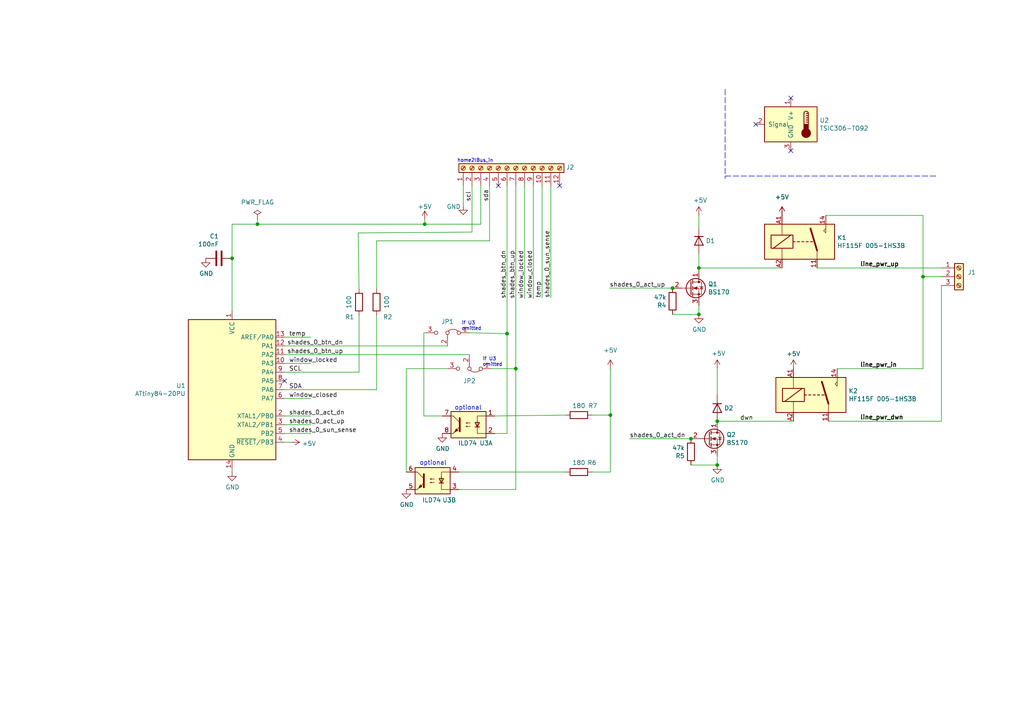
<source format=kicad_sch>
(kicad_sch (version 20231120) (generator "eeschema") (generator_version "8.0")
  (paper "A4")
  (title_block (title "home2l shades_and_relais - Firmware: winl") (date "2023-01-20") (rev "1.2") (company "axel.rau@chaos1.de") (comment 1 "Design based on https://github.com/gkiefer/home2l/tree/master/brownies/circuits") (comment 2 "The home2l Project: https://github.com/gkiefer/home2l") (comment 3 "This project: https://github.com/mc3/home2l") (comment 4 "Board for brownie winl circuit with relais"))
  (lib_symbols
    (symbol "Connector:Screw_Terminal_01x03" (pin_names (offset 1.016) hide)
      (property "Reference" "J" (at 0 5.08 0))
      (property "Value" "Screw_Terminal_01x03" (at 0 -5.08 0))
      (symbol "Screw_Terminal_01x03_1_1"
        (rectangle (start -1.27 3.81) (end 1.27 -3.81) (stroke (width 0.254)) (fill (type background)))
        (circle (center 0 -2.54) (radius 0.635) (stroke (width 0.1524)))
        (polyline (pts (xy -0.5334 -2.2098) (xy 0.3302 -3.048)) (stroke (width 0.1524)))
        (polyline (pts (xy -0.5334 0.3302) (xy 0.3302 -0.508)) (stroke (width 0.1524)))
        (polyline (pts (xy -0.5334 2.8702) (xy 0.3302 2.032)) (stroke (width 0.1524)))
        (polyline (pts (xy -0.3556 -2.032) (xy 0.508 -2.8702)) (stroke (width 0.1524)))
        (polyline (pts (xy -0.3556 0.508) (xy 0.508 -0.3302)) (stroke (width 0.1524)))
        (polyline (pts (xy -0.3556 3.048) (xy 0.508 2.2098)) (stroke (width 0.1524)))
        (circle (center 0 0) (radius 0.635) (stroke (width 0.1524)))
        (circle (center 0 2.54) (radius 0.635) (stroke (width 0.1524)))
        (pin passive line (at -5.08 2.54 0) (length 3.81) (name "Pin_1") (number "1"))
        (pin passive line (at -5.08 0 0) (length 3.81) (name "Pin_2") (number "2"))
        (pin passive line (at -5.08 -2.54 0) (length 3.81) (name "Pin_3") (number "3"))
      )
    )
    (symbol "Connector:Screw_Terminal_01x12" (pin_names (offset 1.016) hide)
      (property "Reference" "J" (at 0 15.24 0))
      (property "Value" "Screw_Terminal_01x12" (at 0 -17.78 0))
      (symbol "Screw_Terminal_01x12_1_1"
        (rectangle (start -1.27 13.97) (end 1.27 -16.51) (stroke (width 0.254)) (fill (type background)))
        (circle (center 0 -15.24) (radius 0.635) (stroke (width 0.1524)))
        (circle (center 0 -12.7) (radius 0.635) (stroke (width 0.1524)))
        (circle (center 0 -10.16) (radius 0.635) (stroke (width 0.1524)))
        (circle (center 0 -7.62) (radius 0.635) (stroke (width 0.1524)))
        (circle (center 0 -5.08) (radius 0.635) (stroke (width 0.1524)))
        (circle (center 0 -2.54) (radius 0.635) (stroke (width 0.1524)))
        (polyline (pts (xy -0.5334 -14.9098) (xy 0.3302 -15.748)) (stroke (width 0.1524)))
        (polyline (pts (xy -0.5334 -12.3698) (xy 0.3302 -13.208)) (stroke (width 0.1524)))
        (polyline (pts (xy -0.5334 -9.8298) (xy 0.3302 -10.668)) (stroke (width 0.1524)))
        (polyline (pts (xy -0.5334 -7.2898) (xy 0.3302 -8.128)) (stroke (width 0.1524)))
        (polyline (pts (xy -0.5334 -4.7498) (xy 0.3302 -5.588)) (stroke (width 0.1524)))
        (polyline (pts (xy -0.5334 -2.2098) (xy 0.3302 -3.048)) (stroke (width 0.1524)))
        (polyline (pts (xy -0.5334 0.3302) (xy 0.3302 -0.508)) (stroke (width 0.1524)))
        (polyline (pts (xy -0.5334 2.8702) (xy 0.3302 2.032)) (stroke (width 0.1524)))
        (polyline (pts (xy -0.5334 5.4102) (xy 0.3302 4.572)) (stroke (width 0.1524)))
        (polyline (pts (xy -0.5334 7.9502) (xy 0.3302 7.112)) (stroke (width 0.1524)))
        (polyline (pts (xy -0.5334 10.4902) (xy 0.3302 9.652)) (stroke (width 0.1524)))
        (polyline (pts (xy -0.5334 13.0302) (xy 0.3302 12.192)) (stroke (width 0.1524)))
        (polyline (pts (xy -0.3556 -14.732) (xy 0.508 -15.5702)) (stroke (width 0.1524)))
        (polyline (pts (xy -0.3556 -12.192) (xy 0.508 -13.0302)) (stroke (width 0.1524)))
        (polyline (pts (xy -0.3556 -9.652) (xy 0.508 -10.4902)) (stroke (width 0.1524)))
        (polyline (pts (xy -0.3556 -7.112) (xy 0.508 -7.9502)) (stroke (width 0.1524)))
        (polyline (pts (xy -0.3556 -4.572) (xy 0.508 -5.4102)) (stroke (width 0.1524)))
        (polyline (pts (xy -0.3556 -2.032) (xy 0.508 -2.8702)) (stroke (width 0.1524)))
        (polyline (pts (xy -0.3556 0.508) (xy 0.508 -0.3302)) (stroke (width 0.1524)))
        (polyline (pts (xy -0.3556 3.048) (xy 0.508 2.2098)) (stroke (width 0.1524)))
        (polyline (pts (xy -0.3556 5.588) (xy 0.508 4.7498)) (stroke (width 0.1524)))
        (polyline (pts (xy -0.3556 8.128) (xy 0.508 7.2898)) (stroke (width 0.1524)))
        (polyline (pts (xy -0.3556 10.668) (xy 0.508 9.8298)) (stroke (width 0.1524)))
        (polyline (pts (xy -0.3556 13.208) (xy 0.508 12.3698)) (stroke (width 0.1524)))
        (circle (center 0 0) (radius 0.635) (stroke (width 0.1524)))
        (circle (center 0 2.54) (radius 0.635) (stroke (width 0.1524)))
        (circle (center 0 5.08) (radius 0.635) (stroke (width 0.1524)))
        (circle (center 0 7.62) (radius 0.635) (stroke (width 0.1524)))
        (circle (center 0 10.16) (radius 0.635) (stroke (width 0.1524)))
        (circle (center 0 12.7) (radius 0.635) (stroke (width 0.1524)))
        (pin passive line (at -5.08 12.7 0) (length 3.81) (name "Pin_1") (number "1"))
        (pin passive line (at -5.08 -10.16 0) (length 3.81) (name "Pin_10") (number "10"))
        (pin passive line (at -5.08 -12.7 0) (length 3.81) (name "Pin_11") (number "11"))
        (pin passive line (at -5.08 -15.24 0) (length 3.81) (name "Pin_12") (number "12"))
        (pin passive line (at -5.08 10.16 0) (length 3.81) (name "Pin_2") (number "2"))
        (pin passive line (at -5.08 7.62 0) (length 3.81) (name "Pin_3") (number "3"))
        (pin passive line (at -5.08 5.08 0) (length 3.81) (name "Pin_4") (number "4"))
        (pin passive line (at -5.08 2.54 0) (length 3.81) (name "Pin_5") (number "5"))
        (pin passive line (at -5.08 0 0) (length 3.81) (name "Pin_6") (number "6"))
        (pin passive line (at -5.08 -2.54 0) (length 3.81) (name "Pin_7") (number "7"))
        (pin passive line (at -5.08 -5.08 0) (length 3.81) (name "Pin_8") (number "8"))
        (pin passive line (at -5.08 -7.62 0) (length 3.81) (name "Pin_9") (number "9"))
      )
    )
    (symbol "Device:C" (pin_numbers hide) (pin_names (offset 0.254))
      (property "Reference" "C" (at 0.635 2.54 0))
      (property "Value" "C" (at 0.635 -2.54 0))
      (symbol "C_0_1"
        (polyline (pts (xy -2.032 -0.762) (xy 2.032 -0.762)) (stroke (width 0.508)))
        (polyline (pts (xy -2.032 0.762) (xy 2.032 0.762)) (stroke (width 0.508)))
      )
      (symbol "C_1_1"
        (pin passive line (at 0 3.81 270) (length 2.794) (name "~") (number "1"))
        (pin passive line (at 0 -3.81 90) (length 2.794) (name "~") (number "2"))
      )
    )
    (symbol "Device:D" (pin_numbers hide) (pin_names (offset 1.016) hide)
      (property "Reference" "D" (at 0 2.54 0))
      (property "Value" "D" (at 0 -2.54 0))
      (symbol "D_0_1"
        (polyline (pts (xy -1.27 1.27) (xy -1.27 -1.27)) (stroke (width 0.254)))
        (polyline (pts (xy 1.27 0) (xy -1.27 0)))
        (polyline (pts (xy 1.27 1.27) (xy 1.27 -1.27) (xy -1.27 0) (xy 1.27 1.27)) (stroke (width 0.254)))
      )
      (symbol "D_1_1"
        (pin passive line (at -3.81 0 0) (length 2.54) (name "K") (number "1"))
        (pin passive line (at 3.81 0 180) (length 2.54) (name "A") (number "2"))
      )
    )
    (symbol "Device:R" (pin_numbers hide) (pin_names (offset 0))
      (property "Reference" "R" (at 2.032 0 90))
      (property "Value" "R" (at 0 0 90))
      (symbol "R_0_1"
        (rectangle (start -1.016 -2.54) (end 1.016 2.54) (stroke (width 0.254)))
      )
      (symbol "R_1_1"
        (pin passive line (at 0 3.81 270) (length 1.27) (name "~") (number "1"))
        (pin passive line (at 0 -3.81 90) (length 1.27) (name "~") (number "2"))
      )
    )
    (symbol "Isolator:ILD74" (pin_names (offset 1.016))
      (property "Reference" "U" (at -5.08 5.08 0))
      (property "Value" "ILD74" (at 0 5.08 0))
      (symbol "ILD74_0_1"
        (rectangle (start -5.08 3.81) (end 5.08 -3.81) (stroke (width 0.254)) (fill (type background)))
        (polyline (pts (xy -3.175 -0.635) (xy -1.905 -0.635)) (stroke (width 0.254)))
        (polyline (pts (xy 2.54 0.635) (xy 4.445 2.54)))
        (polyline (pts (xy 4.445 -2.54) (xy 2.54 -0.635)) (fill (type outline)))
        (polyline (pts (xy 4.445 -2.54) (xy 5.08 -2.54)))
        (polyline (pts (xy 4.445 2.54) (xy 5.08 2.54)))
        (polyline (pts (xy -5.08 2.54) (xy -2.54 2.54) (xy -2.54 0.635)))
        (polyline (pts (xy 2.54 1.905) (xy 2.54 -1.905) (xy 2.54 -1.905)) (stroke (width 0.508)))
        (polyline (pts (xy -2.54 -0.635) (xy -3.175 0.635) (xy -1.905 0.635) (xy -2.54 -0.635)) (stroke (width 0.254)))
        (polyline (pts (xy -2.54 -0.635) (xy -2.54 1.27) (xy -2.54 -2.54) (xy -5.08 -2.54)))
        (polyline (pts (xy -0.508 -0.508) (xy 0.762 -0.508) (xy 0.381 -0.635) (xy 0.381 -0.381) (xy 0.762 -0.508)))
        (polyline (pts (xy -0.508 0.508) (xy 0.762 0.508) (xy 0.381 0.381) (xy 0.381 0.635) (xy 0.762 0.508)))
        (polyline (pts (xy 3.048 -1.651) (xy 3.556 -1.143) (xy 4.064 -2.159) (xy 3.048 -1.651) (xy 3.048 -1.651)) (fill (type outline)))
      )
      (symbol "ILD74_1_1"
        (pin passive line (at -7.62 2.54 0) (length 2.54) (name "~") (number "1"))
        (pin passive line (at -7.62 -2.54 0) (length 2.54) (name "~") (number "2"))
        (pin passive line (at 7.62 2.54 180) (length 2.54) (name "~") (number "7"))
        (pin passive line (at 7.62 -2.54 180) (length 2.54) (name "~") (number "8"))
      )
      (symbol "ILD74_2_1"
        (pin passive line (at -7.62 -2.54 0) (length 2.54) (name "~") (number "3"))
        (pin passive line (at -7.62 2.54 0) (length 2.54) (name "~") (number "4"))
        (pin passive line (at 7.62 -2.54 180) (length 2.54) (name "~") (number "5"))
        (pin passive line (at 7.62 2.54 180) (length 2.54) (name "~") (number "6"))
      )
    )
    (symbol "Jumper:Jumper_3_Bridged12" (pin_names (offset 0) hide)
      (property "Reference" "JP" (at -2.54 -2.54 0))
      (property "Value" "Jumper_3_Bridged12" (at 0 2.794 0))
      (symbol "Jumper_3_Bridged12_0_0"
        (circle (center -3.302 0) (radius 0.508))
        (circle (center 0 0) (radius 0.508))
        (circle (center 3.302 0) (radius 0.508))
      )
      (symbol "Jumper_3_Bridged12_0_1"
        (arc (start -0.254 0.508) (mid -1.651 0.9912) (end -3.048 0.508))
        (polyline (pts (xy 0 -1.27) (xy 0 -0.508)))
      )
      (symbol "Jumper_3_Bridged12_1_1"
        (pin passive line (at -6.35 0 0) (length 2.54) (name "A") (number "1"))
        (pin passive line (at 0 -3.81 90) (length 2.54) (name "C") (number "2"))
        (pin passive line (at 6.35 0 180) (length 2.54) (name "B") (number "3"))
      )
    )
    (symbol "Relay:FINDER-32.21-x300"
      (property "Reference" "K" (at 11.43 3.81 0))
      (property "Value" "FINDER-32.21-x300" (at 11.43 1.27 0))
      (symbol "FINDER-32.21-x300_0_1"
        (rectangle (start -10.16 5.08) (end 10.16 -5.08) (stroke (width 0.254)) (fill (type background)))
        (rectangle (start -8.255 1.905) (end -1.905 -1.905) (stroke (width 0.254)))
        (polyline (pts (xy -7.62 -1.905) (xy -2.54 1.905)) (stroke (width 0.254)))
        (polyline (pts (xy -5.08 -5.08) (xy -5.08 -1.905)))
        (polyline (pts (xy -5.08 5.08) (xy -5.08 1.905)))
        (polyline (pts (xy -1.905 0) (xy -1.27 0)) (stroke (width 0.254)))
        (polyline (pts (xy -0.635 0) (xy 0 0)) (stroke (width 0.254)))
        (polyline (pts (xy 0.635 0) (xy 1.27 0)) (stroke (width 0.254)))
        (polyline (pts (xy 1.905 0) (xy 2.54 0)) (stroke (width 0.254)))
        (polyline (pts (xy 3.175 0) (xy 3.81 0)) (stroke (width 0.254)))
        (polyline (pts (xy 5.08 -2.54) (xy 3.175 3.81)) (stroke (width 0.508)))
        (polyline (pts (xy 5.08 -2.54) (xy 5.08 -5.08)))
        (polyline (pts (xy 7.62 5.08) (xy 7.62 2.54) (xy 6.985 3.175) (xy 7.62 3.81)))
      )
      (symbol "FINDER-32.21-x300_1_1"
        (pin passive line (at 5.08 -7.62 90) (length 2.54) (name "~") (number "11"))
        (pin passive line (at 7.62 7.62 270) (length 2.54) (name "~") (number "14"))
        (pin passive line (at -5.08 7.62 270) (length 2.54) (name "~") (number "A1"))
        (pin passive line (at -5.08 -7.62 90) (length 2.54) (name "~") (number "A2"))
      )
    )
    (symbol "Sensor_Temperature:TSIC306-TO92" (pin_names (offset 1.016))
      (property "Reference" "U" (at -6.35 6.35 0))
      (property "Value" "TSIC306-TO92" (at 1.27 6.35 0))
      (symbol "TSIC306-TO92_0_1"
        (rectangle (start -7.62 5.08) (end 7.62 -5.08) (stroke (width 0.254)) (fill (type background)))
        (circle (center -4.445 -2.54) (radius 1.27) (stroke (width 0.254)) (fill (type outline)))
        (rectangle (start -3.81 -1.905) (end -5.08 0) (stroke (width 0.254)) (fill (type outline)))
        (arc (start -3.81 3.175) (mid -4.445 3.8072) (end -5.08 3.175) (stroke (width 0.254)))
        (polyline (pts (xy -5.08 0.635) (xy -4.445 0.635)) (stroke (width 0.254)))
        (polyline (pts (xy -5.08 1.27) (xy -4.445 1.27)) (stroke (width 0.254)))
        (polyline (pts (xy -5.08 1.905) (xy -4.445 1.905)) (stroke (width 0.254)))
        (polyline (pts (xy -5.08 2.54) (xy -4.445 2.54)) (stroke (width 0.254)))
        (polyline (pts (xy -5.08 3.175) (xy -5.08 0)) (stroke (width 0.254)))
        (polyline (pts (xy -5.08 3.175) (xy -4.445 3.175)) (stroke (width 0.254)))
        (polyline (pts (xy -3.81 3.175) (xy -3.81 0)) (stroke (width 0.254)))
      )
      (symbol "TSIC306-TO92_1_1"
        (pin power_in line (at 0 7.62 270) (length 2.54) (name "V+") (number "1"))
        (pin output line (at 10.16 0 180) (length 2.54) (name "Signal") (number "2"))
        (pin power_in line (at 0 -7.62 90) (length 2.54) (name "GND") (number "3"))
      )
    )
    (symbol "Transistor_FET:BS170" (pin_names hide)
      (property "Reference" "Q" (at 5.08 1.905 0))
      (property "Value" "BS170" (at 5.08 0 0))
      (symbol "BS170_0_1"
        (polyline (pts (xy 0.254 0) (xy -2.54 0)))
        (polyline (pts (xy 0.254 1.905) (xy 0.254 -1.905)) (stroke (width 0.254)))
        (polyline (pts (xy 0.762 -1.27) (xy 0.762 -2.286)) (stroke (width 0.254)))
        (polyline (pts (xy 0.762 0.508) (xy 0.762 -0.508)) (stroke (width 0.254)))
        (polyline (pts (xy 0.762 2.286) (xy 0.762 1.27)) (stroke (width 0.254)))
        (polyline (pts (xy 2.54 2.54) (xy 2.54 1.778)))
        (polyline (pts (xy 2.54 -2.54) (xy 2.54 0) (xy 0.762 0)))
        (polyline (pts (xy 0.762 -1.778) (xy 3.302 -1.778) (xy 3.302 1.778) (xy 0.762 1.778)))
        (polyline (pts (xy 1.016 0) (xy 2.032 0.381) (xy 2.032 -0.381) (xy 1.016 0)) (fill (type outline)))
        (polyline (pts (xy 2.794 0.508) (xy 2.921 0.381) (xy 3.683 0.381) (xy 3.81 0.254)))
        (polyline (pts (xy 3.302 0.381) (xy 2.921 -0.254) (xy 3.683 -0.254) (xy 3.302 0.381)))
        (circle (center 1.651 0) (radius 2.794) (stroke (width 0.254)))
        (circle (center 2.54 -1.778) (radius 0.254) (fill (type outline)))
        (circle (center 2.54 1.778) (radius 0.254) (fill (type outline)))
      )
      (symbol "BS170_1_1"
        (pin passive line (at 2.54 5.08 270) (length 2.54) (name "D") (number "1"))
        (pin input line (at -5.08 0 0) (length 2.54) (name "G") (number "2"))
        (pin passive line (at 2.54 -5.08 90) (length 2.54) (name "S") (number "3"))
      )
    )
    (symbol "power:+5V" (power) (pin_names (offset 0))
      (property "Value" "+5V" (at 0 3.556 0))
      (symbol "+5V_0_1"
        (polyline (pts (xy -0.762 1.27) (xy 0 2.54)))
        (polyline (pts (xy 0 0) (xy 0 2.54)))
        (polyline (pts (xy 0 2.54) (xy 0.762 1.27)))
      )
      (symbol "+5V_1_1"
        (pin power_in line (at 0 0 90) (length 0) hide (name "+5V") (number "1"))
      )
    )
    (symbol "power:GND" (power) (pin_names (offset 0))
      (property "Value" "GND" (at 0 -3.81 0))
      (symbol "GND_0_1"
        (polyline (pts (xy 0 0) (xy 0 -1.27) (xy 1.27 -1.27) (xy 0 -2.54) (xy -1.27 -1.27) (xy 0 -1.27)))
      )
      (symbol "GND_1_1"
        (pin power_in line (at 0 0 270) (length 0) hide (name "GND") (number "1"))
      )
    )
    (symbol "power:PWR_FLAG" (power) (pin_numbers hide) (pin_names (offset 0) hide)
      (property "Value" "PWR_FLAG" (at 0 3.81 0))
      (symbol "PWR_FLAG_0_0"
        (pin power_out line (at 0 0 90) (length 0) (name "pwr") (number "1"))
      )
      (symbol "PWR_FLAG_0_1"
        (polyline (pts (xy 0 0) (xy 0 1.27) (xy -1.016 1.905) (xy 0 2.54) (xy 1.016 1.905) (xy 0 1.27)))
      )
    )
    (symbol "window-rescue:ATtiny84-20PU-MCU_Microchip_ATtiny"
      (property "Reference" "U" (at -12.7 21.59 0))
      (property "Value" "ATtiny84-20PU-MCU_Microchip_ATtiny" (at 2.54 -21.59 0))
      (symbol "ATtiny84-20PU-MCU_Microchip_ATtiny_0_1"
        (rectangle (start -12.7 -20.32) (end 12.7 20.32) (stroke (width 0.254)) (fill (type background)))
      )
      (symbol "ATtiny84-20PU-MCU_Microchip_ATtiny_1_1"
        (pin power_in line (at 0 22.86 270) (length 2.54) (name "VCC") (number "1"))
        (pin tri_state line (at 15.24 7.62 180) (length 2.54) (name "PA3") (number "10"))
        (pin tri_state line (at 15.24 10.16 180) (length 2.54) (name "PA2") (number "11"))
        (pin tri_state line (at 15.24 12.7 180) (length 2.54) (name "PA1") (number "12"))
        (pin tri_state line (at 15.24 15.24 180) (length 2.54) (name "AREF/PA0") (number "13"))
        (pin power_in line (at 0 -22.86 90) (length 2.54) (name "GND") (number "14"))
        (pin tri_state line (at 15.24 -7.62 180) (length 2.54) (name "XTAL1/PB0") (number "2"))
        (pin tri_state line (at 15.24 -10.16 180) (length 2.54) (name "XTAL2/PB1") (number "3"))
        (pin tri_state line (at 15.24 -15.24 180) (length 2.54) (name "~{RESET}/PB3") (number "4"))
        (pin tri_state line (at 15.24 -12.7 180) (length 2.54) (name "PB2") (number "5"))
        (pin tri_state line (at 15.24 -2.54 180) (length 2.54) (name "PA7") (number "6"))
        (pin tri_state line (at 15.24 0 180) (length 2.54) (name "PA6") (number "7"))
        (pin tri_state line (at 15.24 2.54 180) (length 2.54) (name "PA5") (number "8"))
        (pin tri_state line (at 15.24 5.08 180) (length 2.54) (name "PA4") (number "9"))
      )
    )
  )
  (junction (at 208.026 122.174))
  (junction (at 149.606 106.934))
  (junction (at 202.692 77.724))
  (junction (at 200.406 127.254))
  (junction (at 67.31 74.93))
  (junction (at 208.026 134.874))
  (junction (at 123.19 65.024))
  (junction (at 202.692 91.186))
  (junction (at 195.072 83.566))
  (junction (at 267.716 80.264))
  (junction (at 74.676 65.024))
  (junction (at 147.066 96.774))
  (junction (at 177.038 120.396))
  (no_connect (at 162.306 53.848))
  (no_connect (at 229.362 43.688))
  (no_connect (at 144.526 53.848))
  (no_connect (at 229.362 28.448))
  (no_connect (at 219.202 36.068))
  (no_connect (at 82.55 110.49))
  (wire (pts (xy 202.692 91.186) (xy 195.072 91.186)))
  (wire (pts (xy 82.55 125.73) (xy 90.17 125.73)))
  (wire (pts (xy 208.026 122.174) (xy 230.124 122.174)))
  (wire (pts (xy 147.066 53.848) (xy 147.066 96.774)))
  (wire (pts (xy 133.096 141.986) (xy 149.606 141.986)))
  (wire (pts (xy 122.936 96.52) (xy 122.936 120.65)))
  (wire (pts (xy 103.886 67.564) (xy 136.906 67.31)))
  (wire (pts (xy 123.19 65.024) (xy 139.446 65.024)))
  (wire (pts (xy 147.066 96.774) (xy 136.144 96.52)))
  (wire (pts (xy 171.704 120.396) (xy 177.038 120.396)))
  (wire (pts (xy 67.31 65.024) (xy 67.31 74.93)))
  (wire (pts (xy 152.146 53.848) (xy 152.146 86.614)))
  (wire (pts (xy 74.676 63.5) (xy 74.676 65.024)))
  (wire (pts (xy 177.038 106.934) (xy 177.038 120.396)))
  (wire (pts (xy 242.824 106.934) (xy 267.716 106.934)))
  (wire (pts (xy 82.55 102.87) (xy 136.144 102.87)))
  (wire (pts (xy 267.716 80.264) (xy 273.05 80.264)))
  (polyline (pts (xy 210.312 51.054) (xy 271.526 51.054)) (stroke (width 0) (type dash)))
  (wire (pts (xy 117.856 106.934) (xy 129.794 106.934)))
  (wire (pts (xy 176.784 83.566) (xy 195.072 83.566)))
  (wire (pts (xy 139.446 53.848) (xy 139.446 65.024)))
  (wire (pts (xy 109.22 83.82) (xy 109.22 69.85)))
  (wire (pts (xy 208.026 132.334) (xy 208.026 134.874)))
  (wire (pts (xy 147.066 96.774) (xy 147.066 125.73)))
  (wire (pts (xy 104.14 83.82) (xy 103.886 67.564)))
  (wire (pts (xy 82.55 120.65) (xy 90.17 120.65)))
  (wire (pts (xy 202.692 62.484) (xy 202.692 66.04)))
  (wire (pts (xy 82.55 113.03) (xy 109.22 113.03)))
  (wire (pts (xy 159.766 53.848) (xy 159.766 86.36)))
  (wire (pts (xy 123.444 96.52) (xy 122.936 96.52)))
  (wire (pts (xy 74.676 65.024) (xy 123.19 65.024)))
  (wire (pts (xy 208.026 106.934) (xy 208.026 114.554)))
  (wire (pts (xy 182.626 127.254) (xy 200.406 127.254)))
  (wire (pts (xy 202.692 73.66) (xy 202.692 77.724)))
  (wire (pts (xy 117.856 136.906) (xy 117.856 106.934)))
  (wire (pts (xy 267.716 80.264) (xy 267.716 106.934)))
  (wire (pts (xy 236.982 77.724) (xy 273.05 77.724)))
  (wire (pts (xy 157.226 53.848) (xy 157.226 86.36)))
  (wire (pts (xy 149.606 53.848) (xy 149.606 106.934)))
  (wire (pts (xy 142.494 106.934) (xy 149.606 106.934)))
  (wire (pts (xy 67.31 65.024) (xy 74.676 65.024)))
  (wire (pts (xy 123.19 63.754) (xy 123.19 65.024)))
  (wire (pts (xy 147.066 125.73) (xy 143.51 125.73)))
  (wire (pts (xy 136.144 102.87) (xy 136.144 103.124)))
  (wire (pts (xy 82.55 107.95) (xy 104.14 107.95)))
  (wire (pts (xy 240.284 122.174) (xy 273.05 122.174)))
  (wire (pts (xy 84.328 128.27) (xy 82.55 128.27)))
  (wire (pts (xy 208.026 134.874) (xy 200.406 134.874)))
  (wire (pts (xy 202.692 77.724) (xy 202.692 78.486)))
  (wire (pts (xy 141.986 69.85) (xy 109.22 69.85)))
  (wire (pts (xy 177.038 120.396) (xy 177.038 136.906)))
  (wire (pts (xy 67.31 136.906) (xy 67.31 135.89)))
  (polyline (pts (xy 210.312 25.908) (xy 210.312 51.816)) (stroke (width 0) (type dash)))
  (wire (pts (xy 149.606 106.934) (xy 149.606 141.986)))
  (wire (pts (xy 202.692 77.724) (xy 226.822 77.724)))
  (wire (pts (xy 267.716 62.484) (xy 267.716 80.264)))
  (wire (pts (xy 171.704 136.906) (xy 177.038 136.906)))
  (wire (pts (xy 133.096 136.906) (xy 164.084 136.906)))
  (wire (pts (xy 134.366 53.848) (xy 134.366 59.69)))
  (wire (pts (xy 104.14 91.44) (xy 104.14 107.95)))
  (wire (pts (xy 141.986 53.848) (xy 141.986 69.85)))
  (wire (pts (xy 273.05 82.804) (xy 273.05 122.174)))
  (wire (pts (xy 109.22 91.44) (xy 109.22 113.03)))
  (wire (pts (xy 82.55 97.79) (xy 90.17 97.79)))
  (wire (pts (xy 67.31 74.93) (xy 67.31 90.17)))
  (wire (pts (xy 154.686 53.848) (xy 154.686 86.614)))
  (wire (pts (xy 128.27 120.65) (xy 122.936 120.65)))
  (wire (pts (xy 136.906 53.848) (xy 136.906 67.31)))
  (wire (pts (xy 82.55 115.57) (xy 90.17 115.57)))
  (wire (pts (xy 202.692 88.646) (xy 202.692 91.186)))
  (wire (pts (xy 164.084 120.396) (xy 143.51 120.65)))
  (wire (pts (xy 82.55 105.41) (xy 90.17 105.41)))
  (wire (pts (xy 82.55 123.19) (xy 90.17 123.19)))
  (wire (pts (xy 239.522 62.484) (xy 267.716 62.484)))
  (wire (pts (xy 82.55 100.33) (xy 129.794 100.33)))
  (text "optional" (at 131.826 119.126 0) (effects (font (size 1.27 1.27)) (justify left bottom)))
  (text "optional" (at 121.666 135.128 0) (effects (font (size 1.27 1.27)) (justify left bottom)))
  (text "if U3\nomitted" (at 139.954 106.426 0) (effects (font (size 1 1)) (justify left bottom)))
  (text "home2lBus_in" (at 132.588 47.244 0) (effects (font (size 1 1)) (justify left bottom)))
  (text "if U3\nomitted" (at 133.858 96.012 0) (effects (font (size 1 1)) (justify left bottom)))
  (label "window_locked" (at 83.82 105.41 0))
  (label "scl" (at 136.906 58.42 90))
  (label "line_pwr_up" (at 249.428 77.724 0) (effects (font (bold yes))))
  (label "shades_0_sun_sense" (at 159.766 86.36 90))
  (label "sda" (at 141.986 58.42 90))
  (label "temp" (at 157.226 86.36 90))
  (label "window_closed" (at 154.686 86.614 90))
  (label "temp" (at 83.82 97.79 0))
  (label "shades_0_btn_up" (at 83.312 102.87 0))
  (label "shades_0_act_up" (at 83.82 123.19 0))
  (label "shades_0_act_dn" (at 182.626 127.254 0))
  (label "shades_0_sun_sense" (at 83.82 125.73 0))
  (label "window_locked" (at 152.146 86.614 90))
  (label "shades_0_act_up" (at 176.784 83.566 0))
  (label "SDA" (at 83.82 113.03 0))
  (label "line_pwr_in" (at 249.428 106.934 0) (effects (font (bold yes))))
  (label "window_closed" (at 83.82 115.57 0))
  (label "line_pwr_dwn" (at 249.428 122.174 0) (effects (font (bold yes))))
  (label "shades_btn_up" (at 149.606 86.614 90))
  (label "shades_0_act_dn" (at 83.82 120.65 0))
  (label "SCL" (at 83.82 107.95 0))
  (label "dwn" (at 214.63 122.174 0))
  (label "shades_btn_dn" (at 147.066 86.614 90))
  (label "shades_0_btn_dn" (at 83.312 100.33 0))
  (symbol (lib_id "Transistor_FET:BS170") (at 205.486 127.254 0) (unit 1)
    (property "Reference" "Q2" (at 210.693 126.0856 0) (effects (justify left)))
    (property "Value" "BS170" (at 210.693 128.397 0) (effects (justify left)))
    (property "Footprint" "Package_TO_SOT_THT:TO-92_Inline_Wide" (effects (hide yes)))
    (property "Datasheet" "http://www.fairchildsemi.com/ds/BS/BS170.pdf" (effects (hide yes)))
  )
  (symbol (lib_id "Connector:Screw_Terminal_01x03") (at 278.13 80.264 0) (unit 1)
    (property "Reference" "J1" (at 280.67 78.9939 0) (effects (justify left)))
    (property "Value" " " (at 280.67 81.5339 0) (effects (justify left)))
    (property "Footprint" "TerminalBlock:TerminalBlock_bornier-3_P5.08mm" (effects (hide yes)))
  )
  (symbol (lib_id "power:PWR_FLAG") (at 74.676 63.5 0) (unit 1)
    (property "Reference" "#FLG0101" (effects (hide yes)))
    (property "Value" "PWR_FLAG" (at 74.676 58.674 0))
  )
  (symbol (lib_id "Isolator:ILD74") (at 125.476 139.446 0) (mirror y) (unit 2)
    (property "Reference" "U3" (at 130.302 145.034 0))
    (property "Value" "ILD74" (at 125.222 145.034 0))
    (property "Footprint" "Package_DIP:DIP-8_W7.62mm" (effects (hide yes)))
    (property "Datasheet" "https://www.vishay.com/docs/83640/ild74.pdf" (effects (hide yes)))
  )
  (symbol (lib_id "Jumper:Jumper_3_Bridged12") (at 129.794 96.52 0) (mirror y) (unit 1)
    (property "Reference" "JP1" (at 129.794 93.2776 0))
    (property "Value" " " (at 129.794 92.7696 0))
    (property "Footprint" "Connector_PinHeader_2.54mm:PinHeader_1x03_P2.54mm_Vertical" (effects (hide yes)))
  )
  (symbol (lib_id "power:+5V") (at 123.19 63.754 0) (unit 1)
    (property "Reference" "#PWR0102" (effects (hide yes)))
    (property "Value" "+5V" (at 123.19 59.944 0))
  )
  (symbol (lib_id "power:+5V") (at 226.822 62.484 0) (unit 1)
    (property "Reference" "#PWR06" (effects (hide yes)))
    (property "Value" "+5V" (at 226.822 57.15 0))
  )
  (symbol (lib_id "Device:C") (at 63.5 74.93 270) (unit 1)
    (property "Reference" "C1" (at 63.5 68.5292 90) (effects (justify right)))
    (property "Value" "100nF" (at 63.5 70.8406 90) (effects (justify right)))
    (property "Footprint" "Capacitor_THT:C_Disc_D4.3mm_W1.9mm_P5.00mm" (effects (hide yes)))
  )
  (symbol (lib_id "Relay:FINDER-32.21-x300") (at 231.902 70.104 0) (unit 1)
    (property "Reference" "K1" (at 242.824 68.9356 0) (effects (justify left)))
    (property "Value" "HF115F 005-1HS3B" (at 242.824 71.247 0) (effects (justify left)))
    (property "Footprint" "Relay_THT:Relay_SPST_Schrack-RP-II-1-16A-FormA_RM5mm" (effects (hide yes)))
    (property "Datasheet" "http://gfinder.findernet.com/assets/Series/355/S32EN.pdf" (effects (hide yes)))
  )
  (symbol (lib_id "Device:R") (at 104.14 87.63 180) (unit 1)
    (property "Reference" "R1" (at 101.4222 91.948 0))
    (property "Value" "100" (at 101.1936 87.63 90))
    (property "Footprint" "Resistor_THT:R_Axial_DIN0204_L3.6mm_D1.6mm_P7.62mm_Horizontal" (effects (hide yes)))
  )
  (symbol (lib_id "Device:R") (at 109.22 87.63 180) (unit 1)
    (property "Reference" "R2" (at 112.4458 91.948 0))
    (property "Value" "100" (at 112.1664 87.63 90))
    (property "Footprint" "Resistor_THT:R_Axial_DIN0204_L3.6mm_D1.6mm_P7.62mm_Horizontal" (effects (hide yes)))
  )
  (symbol (lib_id "Jumper:Jumper_3_Bridged12") (at 136.144 106.934 180) (unit 1)
    (property "Reference" "JP2" (at 136.144 110.49 0))
    (property "Value" " " (at 136.144 113.03 0))
    (property "Footprint" "Connector_PinHeader_2.54mm:PinHeader_1x03_P2.54mm_Vertical" (effects (hide yes)))
  )
  (symbol (lib_id "Device:D") (at 208.026 118.364 270) (unit 1)
    (property "Reference" "D2" (at 210.0326 118.364 90) (effects (justify left)))
    (property "Value" "1N400X" (effects (hide yes)))
    (property "Footprint" "Diode_THT:D_T-1_P5.08mm_Horizontal" (effects (hide yes)))
  )
  (symbol (lib_id "Device:R") (at 167.894 136.906 270) (unit 1)
    (property "Reference" "R6" (at 171.704 134.1882 90))
    (property "Value" "180" (at 167.894 134.2136 90))
    (property "Footprint" "Resistor_THT:R_Axial_DIN0204_L3.6mm_D1.6mm_P7.62mm_Horizontal" (effects (hide yes)))
  )
  (symbol (lib_id "power:+5V") (at 230.124 106.934 0) (unit 1)
    (property "Reference" "#PWR013" (effects (hide yes)))
    (property "Value" "+5V" (at 230.124 102.616 0))
  )
  (symbol (lib_id "Connector:Screw_Terminal_01x12") (at 147.066 48.768 90) (unit 1)
    (property "Reference" "J2" (at 165.354 48.514 90))
    (property "Value" " " (at 175.768 48.768 90))
    (property "Footprint" "TerminalBlock_Phoenix:TerminalBlock_Phoenix_MPT-0,5-12-2.54_1x12_P2.54mm_Horizontal" (effects (hide yes)))
  )
  (symbol (lib_id "power:+5V") (at 202.692 62.484 0) (unit 1)
    (property "Reference" "#PWR09" (effects (hide yes)))
    (property "Value" "+5V" (at 203.073 58.0898 0))
  )
  (symbol (lib_id "Device:R") (at 167.894 120.396 270) (unit 1)
    (property "Reference" "R7" (at 171.958 117.6782 90))
    (property "Value" "180" (at 167.894 117.7036 90))
    (property "Footprint" "Resistor_THT:R_Axial_DIN0204_L3.6mm_D1.6mm_P7.62mm_Horizontal" (effects (hide yes)))
  )
  (symbol (lib_id "window-rescue:ATtiny84-20PU-MCU_Microchip_ATtiny") (at 67.31 113.03 0) (unit 1)
    (property "Reference" "U1" (at 53.848 111.8616 0) (effects (justify right)))
    (property "Value" "ATtiny84-20PU" (at 53.848 114.173 0) (effects (justify right)))
    (property "Footprint" "Package_DIP:DIP-14_W7.62mm_Socket" (effects (hide yes)))
    (property "Datasheet" "http://ww1.microchip.com/downloads/en/DeviceDoc/doc8006.pdf" (effects (hide yes)))
  )
  (symbol (lib_id "Device:R") (at 195.072 87.376 180) (unit 1)
    (property "Reference" "R4" (at 193.294 88.5444 0) (effects (justify left)))
    (property "Value" "47k" (at 193.294 86.233 0) (effects (justify left)))
    (property "Footprint" "Resistor_THT:R_Axial_DIN0204_L3.6mm_D1.6mm_P7.62mm_Horizontal" (effects (hide yes)))
  )
  (symbol (lib_id "Sensor_Temperature:TSIC306-TO92") (at 229.362 36.068 0) (mirror y) (unit 1)
    (property "Reference" "U2" (at 237.7186 34.8996 0) (effects (justify right)))
    (property "Value" "TSIC306-TO92" (at 237.7186 37.211 0) (effects (justify right)))
    (property "Footprint" "Package_TO_SOT_THT:TO-92_Inline_Wide" (effects (hide yes)))
    (property "Datasheet" "https://shop.bb-sensors.com/out/media/Datasheet_Digital_Semiconductor_temperatur_sensor_TSIC.pdf" (effects (hide yes)))
  )
  (symbol (lib_id "power:+5V") (at 84.328 128.27 270) (unit 1)
    (property "Reference" "#PWR03" (effects (hide yes)))
    (property "Value" "+5V" (at 87.5792 128.651 90) (effects (justify left)))
  )
  (symbol (lib_id "power:GND") (at 202.692 91.186 0) (unit 1)
    (property "Reference" "#PWR010" (effects (hide yes)))
    (property "Value" "GND" (at 202.819 95.5802 0))
  )
  (symbol (lib_id "Transistor_FET:BS170") (at 200.152 83.566 0) (unit 1)
    (property "Reference" "Q1" (at 205.359 82.3976 0) (effects (justify left)))
    (property "Value" "BS170" (at 205.359 84.709 0) (effects (justify left)))
    (property "Footprint" "Package_TO_SOT_THT:TO-92_Inline_Wide" (effects (hide yes)))
    (property "Datasheet" "http://www.fairchildsemi.com/ds/BS/BS170.pdf" (effects (hide yes)))
  )
  (symbol (lib_id "power:GND") (at 134.366 59.69 0) (unit 1)
    (property "Reference" "#PWR05" (effects (hide yes)))
    (property "Value" "GND" (at 131.572 59.944 0))
  )
  (symbol (lib_id "power:GND") (at 117.856 141.986 0) (unit 1)
    (property "Reference" "#PWR014" (effects (hide yes)))
    (property "Value" "GND" (at 117.983 146.3802 0))
  )
  (symbol (lib_id "Isolator:ILD74") (at 135.89 123.19 0) (mirror y) (unit 1)
    (property "Reference" "U3" (at 140.97 128.524 0))
    (property "Value" "ILD74" (at 135.636 128.524 0))
    (property "Footprint" "Package_DIP:DIP-8_W7.62mm" (effects (hide yes)))
    (property "Datasheet" "https://www.vishay.com/docs/83640/ild74.pdf" (effects (hide yes)))
  )
  (symbol (lib_id "Device:D") (at 202.692 69.85 270) (unit 1)
    (property "Reference" "D1" (at 204.6986 69.85 90) (effects (justify left)))
    (property "Value" "1N400X" (effects (hide yes)))
    (property "Footprint" "Diode_THT:D_T-1_P5.08mm_Horizontal" (effects (hide yes)))
  )
  (symbol (lib_id "Relay:FINDER-32.21-x300") (at 235.204 114.554 0) (unit 1)
    (property "Reference" "K2" (at 246.126 113.3856 0) (effects (justify left)))
    (property "Value" "HF115F 005-1HS3B" (at 246.126 115.697 0) (effects (justify left)))
    (property "Footprint" "Relay_THT:Relay_SPST_Schrack-RP-II-1-16A-FormA_RM5mm" (effects (hide yes)))
    (property "Datasheet" "http://gfinder.findernet.com/assets/Series/355/S32EN.pdf" (effects (hide yes)))
  )
  (symbol (lib_id "power:GND") (at 59.69 74.93 0) (unit 1)
    (property "Reference" "#PWR0101" (effects (hide yes)))
    (property "Value" "GND" (at 59.817 79.3242 0))
  )
  (symbol (lib_id "Device:R") (at 200.406 131.064 180) (unit 1)
    (property "Reference" "R5" (at 198.628 132.2324 0) (effects (justify left)))
    (property "Value" "47k" (at 198.628 129.921 0) (effects (justify left)))
    (property "Footprint" "Resistor_THT:R_Axial_DIN0204_L3.6mm_D1.6mm_P7.62mm_Horizontal" (effects (hide yes)))
  )
  (symbol (lib_id "power:GND") (at 208.026 134.874 0) (unit 1)
    (property "Reference" "#PWR012" (effects (hide yes)))
    (property "Value" "GND" (at 208.153 139.2682 0))
  )
  (symbol (lib_id "power:+5V") (at 208.026 106.934 0) (unit 1)
    (property "Reference" "#PWR011" (effects (hide yes)))
    (property "Value" "+5V" (at 208.407 102.5398 0))
  )
  (symbol (lib_id "power:GND") (at 67.31 136.906 0) (unit 1)
    (property "Reference" "#PWR02" (effects (hide yes)))
    (property "Value" "GND" (at 67.437 141.3002 0))
  )
  (symbol (lib_id "power:+5V") (at 177.038 106.934 0) (unit 1)
    (property "Reference" "#PWR016" (effects (hide yes)))
    (property "Value" "+5V" (at 177.038 101.6 0))
  )
  (symbol (lib_id "power:+5V") (at 226.822 62.484 0) (unit 1)
    (property "Reference" "#PWR07" (effects (hide yes)))
    (property "Value" "+5V" (at 226.822 57.15 0))
  )
  (symbol (lib_id "power:GND") (at 128.27 125.73 0) (unit 1)
    (property "Reference" "#PWR015" (effects (hide yes)))
    (property "Value" "GND" (at 128.397 130.1242 0))
  )
)
</source>
